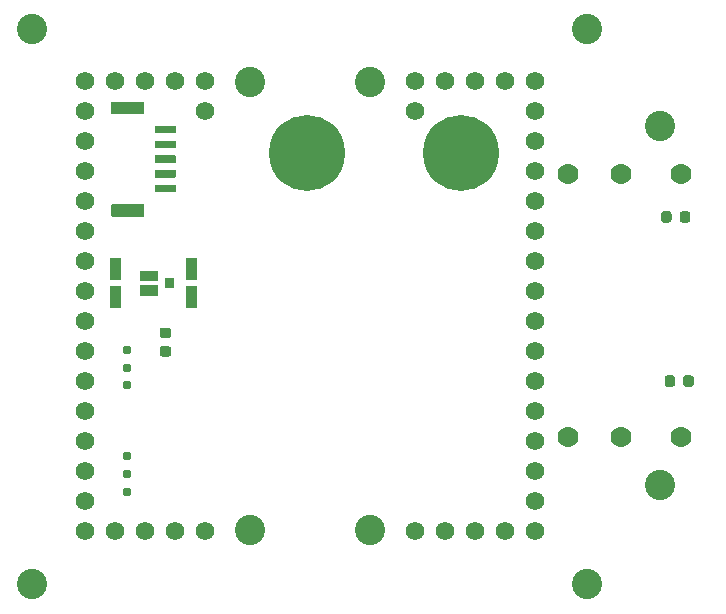
<source format=gts>
%TF.GenerationSoftware,KiCad,Pcbnew,5.1.10-88a1d61d58~88~ubuntu20.04.1*%
%TF.CreationDate,2021-08-03T13:57:49-04:00*%
%TF.ProjectId,ta-base,74612d62-6173-4652-9e6b-696361645f70,rev?*%
%TF.SameCoordinates,Original*%
%TF.FileFunction,Soldermask,Top*%
%TF.FilePolarity,Negative*%
%FSLAX46Y46*%
G04 Gerber Fmt 4.6, Leading zero omitted, Abs format (unit mm)*
G04 Created by KiCad (PCBNEW 5.1.10-88a1d61d58~88~ubuntu20.04.1) date 2021-08-03 13:57:49*
%MOMM*%
%LPD*%
G01*
G04 APERTURE LIST*
%ADD10C,1.565400*%
%ADD11C,6.425400*%
%ADD12C,1.765400*%
%ADD13C,2.565400*%
%ADD14C,0.787400*%
G04 APERTURE END LIST*
D10*
%TO.C,J8*%
X119314000Y-112505100D03*
X111694000Y-109965100D03*
X116774000Y-109965100D03*
X119314000Y-109965100D03*
X114234000Y-109965100D03*
%TD*%
%TO.C,J7*%
G36*
G01*
X114110817Y-121469432D02*
X111410817Y-121469432D01*
G75*
G02*
X111398117Y-121456732I0J12700D01*
G01*
X111398117Y-120456732D01*
G75*
G02*
X111410817Y-120444032I12700J0D01*
G01*
X114110817Y-120444032D01*
G75*
G02*
X114123517Y-120456732I0J-12700D01*
G01*
X114123517Y-121456732D01*
G75*
G02*
X114110817Y-121469432I-12700J0D01*
G01*
G37*
G36*
G01*
X114110817Y-112769434D02*
X111410817Y-112769434D01*
G75*
G02*
X111398117Y-112756734I0J12700D01*
G01*
X111398117Y-111756734D01*
G75*
G02*
X111410817Y-111744034I12700J0D01*
G01*
X114110817Y-111744034D01*
G75*
G02*
X114123517Y-111756734I0J-12700D01*
G01*
X114123517Y-112756734D01*
G75*
G02*
X114110817Y-112769434I-12700J0D01*
G01*
G37*
G36*
G01*
X116810811Y-119419433D02*
X115110811Y-119419433D01*
G75*
G02*
X115098111Y-119406733I0J12700D01*
G01*
X115098111Y-118806733D01*
G75*
G02*
X115110811Y-118794033I12700J0D01*
G01*
X116810811Y-118794033D01*
G75*
G02*
X116823511Y-118806733I0J-12700D01*
G01*
X116823511Y-119406733D01*
G75*
G02*
X116810811Y-119419433I-12700J0D01*
G01*
G37*
G36*
G01*
X116810811Y-118169433D02*
X115110811Y-118169433D01*
G75*
G02*
X115098111Y-118156733I0J12700D01*
G01*
X115098111Y-117556733D01*
G75*
G02*
X115110811Y-117544033I12700J0D01*
G01*
X116810811Y-117544033D01*
G75*
G02*
X116823511Y-117556733I0J-12700D01*
G01*
X116823511Y-118156733D01*
G75*
G02*
X116810811Y-118169433I-12700J0D01*
G01*
G37*
G36*
G01*
X116810811Y-116919433D02*
X115110811Y-116919433D01*
G75*
G02*
X115098111Y-116906733I0J12700D01*
G01*
X115098111Y-116306733D01*
G75*
G02*
X115110811Y-116294033I12700J0D01*
G01*
X116810811Y-116294033D01*
G75*
G02*
X116823511Y-116306733I0J-12700D01*
G01*
X116823511Y-116906733D01*
G75*
G02*
X116810811Y-116919433I-12700J0D01*
G01*
G37*
G36*
G01*
X116810811Y-115669433D02*
X115110811Y-115669433D01*
G75*
G02*
X115098111Y-115656733I0J12700D01*
G01*
X115098111Y-115056733D01*
G75*
G02*
X115110811Y-115044033I12700J0D01*
G01*
X116810811Y-115044033D01*
G75*
G02*
X116823511Y-115056733I0J-12700D01*
G01*
X116823511Y-115656733D01*
G75*
G02*
X116810811Y-115669433I-12700J0D01*
G01*
G37*
G36*
G01*
X116810811Y-114419433D02*
X115110811Y-114419433D01*
G75*
G02*
X115098111Y-114406733I0J12700D01*
G01*
X115098111Y-113806733D01*
G75*
G02*
X115110811Y-113794033I12700J0D01*
G01*
X116810811Y-113794033D01*
G75*
G02*
X116823511Y-113806733I0J-12700D01*
G01*
X116823511Y-114406733D01*
G75*
G02*
X116810811Y-114419433I-12700J0D01*
G01*
G37*
%TD*%
D11*
%TO.C,REF\u002A\u002A*%
X127960811Y-116106733D03*
%TD*%
D10*
%TO.C,J5*%
X137094000Y-112505100D03*
X144714000Y-109965100D03*
X139634000Y-109965100D03*
X137094000Y-109965100D03*
X142174000Y-109965100D03*
%TD*%
D11*
%TO.C,REF\u002A\u002A*%
X140960811Y-116106733D03*
%TD*%
D12*
%TO.C,SW2*%
X150060811Y-117906733D03*
X154560811Y-117906733D03*
X159660811Y-117906733D03*
D13*
X157810811Y-113806733D03*
%TD*%
%TO.C,P1*%
X151699000Y-152600100D03*
X151699000Y-105610100D03*
X104709000Y-105610100D03*
X104709000Y-152600100D03*
%TD*%
%TO.C,R1*%
G36*
G01*
X159123511Y-135144133D02*
X159123511Y-135669333D01*
G75*
G02*
X158898411Y-135894433I-225100J0D01*
G01*
X158448211Y-135894433D01*
G75*
G02*
X158223111Y-135669333I0J225100D01*
G01*
X158223111Y-135144133D01*
G75*
G02*
X158448211Y-134919033I225100J0D01*
G01*
X158898411Y-134919033D01*
G75*
G02*
X159123511Y-135144133I0J-225100D01*
G01*
G37*
G36*
G01*
X160698511Y-135144133D02*
X160698511Y-135669333D01*
G75*
G02*
X160473411Y-135894433I-225100J0D01*
G01*
X160023211Y-135894433D01*
G75*
G02*
X159798111Y-135669333I0J225100D01*
G01*
X159798111Y-135144133D01*
G75*
G02*
X160023211Y-134919033I225100J0D01*
G01*
X160473411Y-134919033D01*
G75*
G02*
X160698511Y-135144133I0J-225100D01*
G01*
G37*
%TD*%
%TO.C,R2*%
G36*
G01*
X158823511Y-121244133D02*
X158823511Y-121769333D01*
G75*
G02*
X158598411Y-121994433I-225100J0D01*
G01*
X158148211Y-121994433D01*
G75*
G02*
X157923111Y-121769333I0J225100D01*
G01*
X157923111Y-121244133D01*
G75*
G02*
X158148211Y-121019033I225100J0D01*
G01*
X158598411Y-121019033D01*
G75*
G02*
X158823511Y-121244133I0J-225100D01*
G01*
G37*
G36*
G01*
X160398511Y-121244133D02*
X160398511Y-121769333D01*
G75*
G02*
X160173411Y-121994433I-225100J0D01*
G01*
X159723211Y-121994433D01*
G75*
G02*
X159498111Y-121769333I0J225100D01*
G01*
X159498111Y-121244133D01*
G75*
G02*
X159723211Y-121019033I225100J0D01*
G01*
X160173411Y-121019033D01*
G75*
G02*
X160398511Y-121244133I0J-225100D01*
G01*
G37*
%TD*%
%TO.C,R3*%
G36*
G01*
X115698211Y-132444033D02*
X116223411Y-132444033D01*
G75*
G02*
X116448511Y-132669133I0J-225100D01*
G01*
X116448511Y-133119333D01*
G75*
G02*
X116223411Y-133344433I-225100J0D01*
G01*
X115698211Y-133344433D01*
G75*
G02*
X115473111Y-133119333I0J225100D01*
G01*
X115473111Y-132669133D01*
G75*
G02*
X115698211Y-132444033I225100J0D01*
G01*
G37*
G36*
G01*
X115698211Y-130869033D02*
X116223411Y-130869033D01*
G75*
G02*
X116448511Y-131094133I0J-225100D01*
G01*
X116448511Y-131544333D01*
G75*
G02*
X116223411Y-131769433I-225100J0D01*
G01*
X115698211Y-131769433D01*
G75*
G02*
X115473111Y-131544333I0J225100D01*
G01*
X115473111Y-131094133D01*
G75*
G02*
X115698211Y-130869033I225100J0D01*
G01*
G37*
%TD*%
%TO.C,SW1*%
X157810811Y-144206733D03*
D12*
X159660811Y-140106733D03*
X154560811Y-140106733D03*
X150060811Y-140106733D03*
%TD*%
%TO.C,U1*%
G36*
G01*
X116719511Y-126725733D02*
X116719511Y-127487733D01*
G75*
G02*
X116706811Y-127500433I-12700J0D01*
G01*
X115944811Y-127500433D01*
G75*
G02*
X115932111Y-127487733I0J12700D01*
G01*
X115932111Y-126725733D01*
G75*
G02*
X115944811Y-126713033I12700J0D01*
G01*
X116706811Y-126713033D01*
G75*
G02*
X116719511Y-126725733I0J-12700D01*
G01*
G37*
G36*
G01*
X113851911Y-126052232D02*
X115299711Y-126052232D01*
G75*
G02*
X115312411Y-126064932I0J-12700D01*
G01*
X115312411Y-126928532D01*
G75*
G02*
X115299711Y-126941232I-12700J0D01*
G01*
X113851911Y-126941232D01*
G75*
G02*
X113839211Y-126928532I0J12700D01*
G01*
X113839211Y-126064932D01*
G75*
G02*
X113851911Y-126052232I12700J0D01*
G01*
G37*
G36*
G01*
X113851911Y-127272234D02*
X115299711Y-127272234D01*
G75*
G02*
X115312411Y-127284934I0J-12700D01*
G01*
X115312411Y-128148534D01*
G75*
G02*
X115299711Y-128161234I-12700J0D01*
G01*
X113851911Y-128161234D01*
G75*
G02*
X113839211Y-128148534I0J12700D01*
G01*
X113839211Y-127284934D01*
G75*
G02*
X113851911Y-127272234I12700J0D01*
G01*
G37*
G36*
G01*
X112218010Y-125004634D02*
X112218010Y-126858834D01*
G75*
G02*
X112205310Y-126871534I-12700J0D01*
G01*
X111316310Y-126871534D01*
G75*
G02*
X111303610Y-126858834I0J12700D01*
G01*
X111303610Y-125004634D01*
G75*
G02*
X111316310Y-124991934I12700J0D01*
G01*
X112205310Y-124991934D01*
G75*
G02*
X112218010Y-125004634I0J-12700D01*
G01*
G37*
G36*
G01*
X112218010Y-127354632D02*
X112218010Y-129208832D01*
G75*
G02*
X112205310Y-129221532I-12700J0D01*
G01*
X111316310Y-129221532D01*
G75*
G02*
X111303610Y-129208832I0J12700D01*
G01*
X111303610Y-127354632D01*
G75*
G02*
X111316310Y-127341932I12700J0D01*
G01*
X112205310Y-127341932D01*
G75*
G02*
X112218010Y-127354632I0J-12700D01*
G01*
G37*
G36*
G01*
X118618012Y-125004634D02*
X118618012Y-126858834D01*
G75*
G02*
X118605312Y-126871534I-12700J0D01*
G01*
X117716312Y-126871534D01*
G75*
G02*
X117703612Y-126858834I0J12700D01*
G01*
X117703612Y-125004634D01*
G75*
G02*
X117716312Y-124991934I12700J0D01*
G01*
X118605312Y-124991934D01*
G75*
G02*
X118618012Y-125004634I0J-12700D01*
G01*
G37*
G36*
G01*
X118618012Y-127354632D02*
X118618012Y-129208832D01*
G75*
G02*
X118605312Y-129221532I-12700J0D01*
G01*
X117716312Y-129221532D01*
G75*
G02*
X117703612Y-129208832I0J12700D01*
G01*
X117703612Y-127354632D01*
G75*
G02*
X117716312Y-127341932I12700J0D01*
G01*
X118605312Y-127341932D01*
G75*
G02*
X118618012Y-127354632I0J-12700D01*
G01*
G37*
%TD*%
D14*
%TO.C,U2*%
X112710811Y-132756733D03*
X112710811Y-134256733D03*
X112710811Y-135756733D03*
X112710811Y-144756733D03*
X112710811Y-143256733D03*
X112710811Y-141756733D03*
%TD*%
D10*
%TO.C,J1*%
X109154000Y-148065100D03*
X109154000Y-145525100D03*
X109154000Y-142985100D03*
X109154000Y-140445100D03*
X109154000Y-137905100D03*
X109154000Y-135365100D03*
X109154000Y-132825100D03*
X109154000Y-130285100D03*
X109154000Y-127745100D03*
X109154000Y-125205100D03*
X109154000Y-122665100D03*
X109154000Y-120125100D03*
X109154000Y-117585100D03*
X109154000Y-115045100D03*
X109154000Y-112505100D03*
X109154000Y-109965100D03*
%TD*%
%TO.C,J2*%
X144714000Y-148065100D03*
X142174000Y-148065100D03*
X139634000Y-148065100D03*
X137094000Y-148065100D03*
%TD*%
%TO.C,J4*%
X119314000Y-148065100D03*
X116774000Y-148065100D03*
X114234000Y-148065100D03*
X111694000Y-148065100D03*
%TD*%
%TO.C,J6*%
X147254000Y-148065100D03*
X147254000Y-145525100D03*
X147254000Y-142985100D03*
X147254000Y-140445100D03*
X147254000Y-137905100D03*
X147254000Y-135365100D03*
X147254000Y-132825100D03*
X147254000Y-130285100D03*
X147254000Y-127745100D03*
X147254000Y-125205100D03*
X147254000Y-122665100D03*
X147254000Y-120125100D03*
X147254000Y-117585100D03*
X147254000Y-115045100D03*
X147254000Y-112505100D03*
X147254000Y-109965100D03*
%TD*%
D13*
%TO.C,P2*%
X123124000Y-147975100D03*
X123124000Y-110055100D03*
X133284000Y-147975100D03*
X133284000Y-110055100D03*
%TD*%
M02*

</source>
